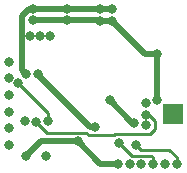
<source format=gbr>
G04 #@! TF.GenerationSoftware,KiCad,Pcbnew,(5.1.2)-1*
G04 #@! TF.CreationDate,2020-11-19T11:24:46+01:00*
G04 #@! TF.ProjectId,HB-ES-PMSwX-Pl_GosoundSP111,48422d45-532d-4504-9d53-77582d506c5f,rev?*
G04 #@! TF.SameCoordinates,Original*
G04 #@! TF.FileFunction,Copper,L2,Inr*
G04 #@! TF.FilePolarity,Positive*
%FSLAX46Y46*%
G04 Gerber Fmt 4.6, Leading zero omitted, Abs format (unit mm)*
G04 Created by KiCad (PCBNEW (5.1.2)-1) date 2020-11-19 11:24:46*
%MOMM*%
%LPD*%
G04 APERTURE LIST*
%ADD10R,1.700000X1.700000*%
%ADD11C,0.800000*%
%ADD12C,0.250000*%
%ADD13C,0.500000*%
G04 APERTURE END LIST*
D10*
X126669800Y-66776600D03*
D11*
X115951000Y-70332600D03*
X121335800Y-65608200D03*
X123342400Y-67513200D03*
X121488200Y-57861200D03*
X118592600Y-69062600D03*
X114223800Y-63398400D03*
X122000000Y-71000000D03*
X120472200Y-57886600D03*
X117678200Y-57886600D03*
X114858800Y-57861200D03*
X114223800Y-70332600D03*
X125298200Y-61671200D03*
X120091200Y-67818000D03*
X125298200Y-65557400D03*
X115214400Y-63398400D03*
X125984000Y-71000000D03*
X120472200Y-58877200D03*
X117678200Y-58826400D03*
X114833400Y-58826400D03*
X121488200Y-58877200D03*
X116078000Y-67310000D03*
X113563400Y-64160400D03*
X123000000Y-71000000D03*
X124409200Y-66852800D03*
X115062000Y-67411600D03*
X124409200Y-65862200D03*
X114173000Y-67386200D03*
X112826800Y-69342000D03*
X112826800Y-67945000D03*
X112801400Y-66548000D03*
X112801400Y-65176400D03*
X112801400Y-63728600D03*
X112826800Y-62331600D03*
X115443000Y-60147200D03*
X123571000Y-69392800D03*
X127000000Y-71000000D03*
X114604800Y-60147200D03*
X122072400Y-69189600D03*
X124993400Y-71000000D03*
X116281200Y-60147200D03*
X124409200Y-67716400D03*
X124000000Y-71000000D03*
D12*
X117652800Y-57861200D02*
X117678200Y-57886600D01*
D13*
X114858800Y-57861200D02*
X117652800Y-57861200D01*
X117678200Y-57886600D02*
X120472200Y-57886600D01*
D12*
X121462800Y-57886600D02*
X121488200Y-57861200D01*
D13*
X120472200Y-57886600D02*
X121462800Y-57886600D01*
X123240800Y-67513200D02*
X123342400Y-67513200D01*
X121335800Y-65608200D02*
X123240800Y-67513200D01*
X120530000Y-71000000D02*
X118592600Y-69062600D01*
X122000000Y-71000000D02*
X120530000Y-71000000D01*
X115493800Y-69062600D02*
X118592600Y-69062600D01*
X114223800Y-70332600D02*
X115493800Y-69062600D01*
X113889632Y-63064232D02*
X114223800Y-63398400D01*
D12*
X113879799Y-63054399D02*
X113889632Y-63064232D01*
D13*
X113879799Y-58420201D02*
X113879799Y-63054399D01*
X114438800Y-57861200D02*
X113879799Y-58420201D01*
X114858800Y-57861200D02*
X114438800Y-57861200D01*
X114833400Y-58826400D02*
X117678200Y-58826400D01*
D12*
X120421400Y-58826400D02*
X120472200Y-58877200D01*
D13*
X117678200Y-58826400D02*
X120421400Y-58826400D01*
X119634000Y-67843400D02*
X120091200Y-67843400D01*
X115189000Y-63398400D02*
X119634000Y-67843400D01*
X124282200Y-61671200D02*
X125298200Y-61671200D01*
X121488200Y-58877200D02*
X124282200Y-61671200D01*
X125298200Y-61671200D02*
X125298200Y-65557400D01*
X120472200Y-58877200D02*
X121488200Y-58877200D01*
D12*
X116078000Y-66649600D02*
X116078000Y-67310000D01*
X113919000Y-64490600D02*
X113588800Y-64160400D01*
X113919000Y-64490600D02*
X116078000Y-66649600D01*
X113715800Y-64287400D02*
X113919000Y-64490600D01*
X124618602Y-66852800D02*
X124409200Y-66852800D01*
X125134201Y-67368399D02*
X124618602Y-66852800D01*
X125134201Y-68064401D02*
X125134201Y-67368399D01*
X119315013Y-68337599D02*
X119520415Y-68543001D01*
X119520415Y-68543001D02*
X121645997Y-68543001D01*
X124757201Y-68441401D02*
X125134201Y-68064401D01*
X121645997Y-68543001D02*
X121747597Y-68441401D01*
X121747597Y-68441401D02*
X124757201Y-68441401D01*
X115987999Y-68337599D02*
X115062000Y-67411600D01*
X119315013Y-68337599D02*
X115987999Y-68337599D01*
X123571000Y-69392800D02*
X123970999Y-69792799D01*
X123970999Y-69792799D02*
X126358484Y-69792799D01*
X126358484Y-69792799D02*
X127000000Y-70434315D01*
X127000000Y-70434315D02*
X127000000Y-71000000D01*
X122072400Y-69189600D02*
X123157799Y-70274999D01*
X123157799Y-70274999D02*
X124834084Y-70274999D01*
X124834084Y-70274999D02*
X124993400Y-70434315D01*
X124993400Y-70434315D02*
X124993400Y-71000000D01*
M02*

</source>
